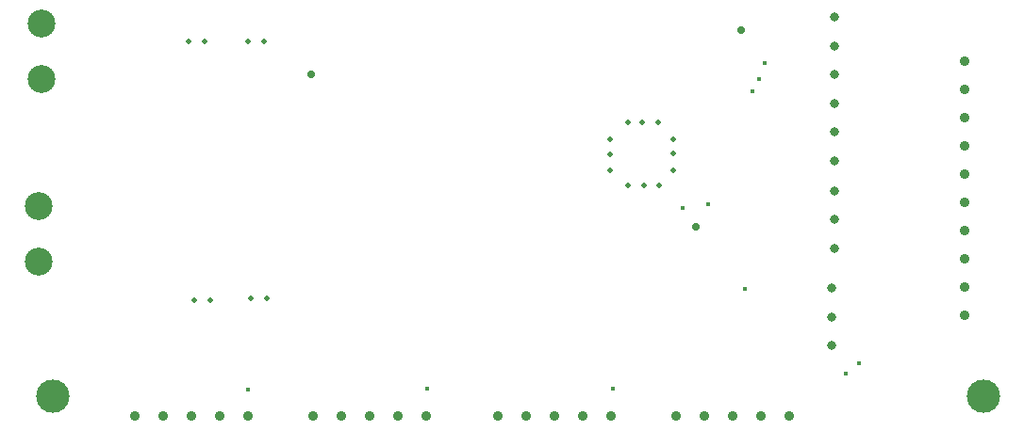
<source format=gbr>
%TF.GenerationSoftware,Altium Limited,Altium Designer,24.6.1 (21)*%
G04 Layer_Color=0*
%FSLAX45Y45*%
%MOMM*%
%TF.SameCoordinates,C77CD831-7174-4571-8234-5D84135F7459*%
%TF.FilePolarity,Positive*%
%TF.FileFunction,Plated,1,2,PTH,Drill*%
%TF.Part,Single*%
G01*
G75*
%TA.AperFunction,OtherDrill,Free Pad (79.121mm,51.943mm)*%
%ADD61C,0.50000*%
%TA.AperFunction,OtherDrill,Free Pad (79.121mm,50.546mm)*%
%ADD62C,0.50000*%
%TA.AperFunction,OtherDrill,Free Pad (79.121mm,49.149mm)*%
%ADD63C,0.50000*%
%TA.AperFunction,OtherDrill,Free Pad (80.772mm,47.752mm)*%
%ADD64C,0.50000*%
%TA.AperFunction,OtherDrill,Free Pad (82.169mm,47.752mm)*%
%ADD65C,0.50000*%
%TA.AperFunction,OtherDrill,Free Pad (83.566mm,47.752mm)*%
%ADD66C,0.50000*%
%TA.AperFunction,OtherDrill,Free Pad (84.836mm,49.149mm)*%
%ADD67C,0.50000*%
%TA.AperFunction,OtherDrill,Free Pad (84.836mm,50.673mm)*%
%ADD68C,0.50000*%
%TA.AperFunction,OtherDrill,Free Pad (84.836mm,51.943mm)*%
%ADD69C,0.50000*%
%TA.AperFunction,OtherDrill,Free Pad (83.439mm,53.467mm)*%
%ADD70C,0.50000*%
%TA.AperFunction,OtherDrill,Free Pad (82.042mm,53.467mm)*%
%ADD71C,0.50000*%
%TA.AperFunction,OtherDrill,Free Pad (80.772mm,53.467mm)*%
%ADD72C,0.50000*%
%TA.AperFunction,OtherDrill,Free Pad (29.083mm,28.829mm)*%
%ADD73C,3.00000*%
%TA.AperFunction,OtherDrill,Free Pad (112.649mm,28.829mm)*%
%ADD74C,3.00000*%
%TA.AperFunction,ComponentDrill*%
%ADD75C,0.81280*%
%ADD76C,0.50000*%
%ADD77C,2.50000*%
%ADD78C,0.90000*%
%ADD79C,0.90000*%
%TA.AperFunction,ViaDrill,NotFilled*%
%ADD80C,0.40000*%
%ADD81C,0.71120*%
D61*
X7912100Y5194300D02*
D03*
D62*
Y5054600D02*
D03*
D63*
Y4914900D02*
D03*
D64*
X8077200Y4775200D02*
D03*
D65*
X8216900D02*
D03*
D66*
X8356600D02*
D03*
D67*
X8483600Y4914900D02*
D03*
D68*
Y5067300D02*
D03*
D69*
Y5194300D02*
D03*
D70*
X8343900Y5346700D02*
D03*
D71*
X8204200D02*
D03*
D72*
X8077200D02*
D03*
D73*
X2908300Y2882900D02*
D03*
D74*
X11264900D02*
D03*
D75*
X9931400Y5772501D02*
D03*
Y6032500D02*
D03*
Y6292499D02*
D03*
Y4730399D02*
D03*
Y4470400D02*
D03*
Y4210401D02*
D03*
X9906000Y3854099D02*
D03*
Y3594100D02*
D03*
Y3334101D02*
D03*
X9931400Y5517799D02*
D03*
Y5257800D02*
D03*
Y4997801D02*
D03*
D76*
X4687499Y3759200D02*
D03*
X4837501D02*
D03*
X4179499Y3746500D02*
D03*
X4329501D02*
D03*
X4662099Y6070600D02*
D03*
X4812101D02*
D03*
X4127500D02*
D03*
X4277502D02*
D03*
D77*
X2806700Y5731698D02*
D03*
Y6231702D02*
D03*
X2781300Y4093398D02*
D03*
Y4593402D02*
D03*
D78*
X6908800Y2705100D02*
D03*
X7162800D02*
D03*
X7416800D02*
D03*
X7670800D02*
D03*
X7924800D02*
D03*
X5245100D02*
D03*
X5499100D02*
D03*
X5753100D02*
D03*
X6007100D02*
D03*
X6261100D02*
D03*
X3644900D02*
D03*
X3898900D02*
D03*
X4152900D02*
D03*
X4406900D02*
D03*
X4660900D02*
D03*
X8509000D02*
D03*
X8763000D02*
D03*
X9017000D02*
D03*
X9271000D02*
D03*
X9525000D02*
D03*
D79*
X11099800Y4876800D02*
D03*
Y3606800D02*
D03*
Y3860800D02*
D03*
Y4114800D02*
D03*
Y4368800D02*
D03*
Y4622800D02*
D03*
Y5131801D02*
D03*
Y5639801D02*
D03*
Y5385801D02*
D03*
Y5894802D02*
D03*
D80*
X4660900Y2943627D02*
D03*
X6273800Y2946400D02*
D03*
X7937500D02*
D03*
X9192900Y5627633D02*
D03*
X9127500Y3848100D02*
D03*
X9256400Y5737843D02*
D03*
X9300700Y5880100D02*
D03*
X10033000Y3086100D02*
D03*
X10147300Y3175000D02*
D03*
X8566887Y4572000D02*
D03*
X8797688Y4609610D02*
D03*
D81*
X5232400Y5778500D02*
D03*
X8686800Y4406900D02*
D03*
X9095151Y6175675D02*
D03*
%TF.MD5,027a344e43a2498f951ce51c6bc1569e*%
M02*

</source>
